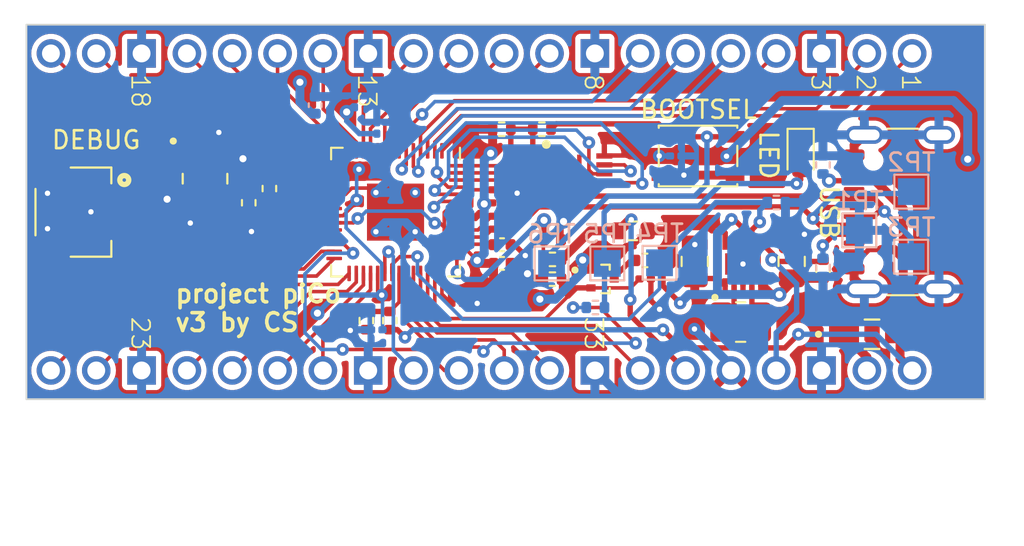
<source format=kicad_pcb>
(kicad_pcb (version 20240108) (generator "pcbnew") (generator_version "8.0")
  (title_block (title "project piCo") (date "2024-01-25") (rev "1") (company "Carlos Sabogal"))
  (layers (0 "F.Cu" signal) (31 "B.Cu" power) (34 "B.Paste" user) (35 "F.Paste" user) (36 "B.SilkS" user "B.Silkscreen") (37 "F.SilkS" user "F.Silkscreen") (38 "B.Mask" user) (39 "F.Mask" user) (44 "Edge.Cuts" user))
  (net 0 "")
  (net 1 "+3V3")
  (net 2 "VS")
  (net 3 "VBUS")
  (net 4 "Net-(U2-LX1)")
  (net 5 "Net-(U2-LX2)")
  (net 6 "Net-(D2-A)")
  (net 7 "ADC_AVDD")
  (net 8 "XIN")
  (net 9 "QSPI_SS")
  (net 10 "QSPI_SD1")
  (net 11 "QSPI_SD2")
  (net 12 "/3V3_EN")
  (net 13 "Net-(J3-CC1)")
  (net 15 "Net-(Q1-D)")
  (net 16 "+1V1")
  (net 17 "QSPI_SD0")
  (net 18 "QSPI_SCLK")
  (net 19 "/XR")
  (net 20 "QSPI_SD3")
  (net 21 "GPIO0")
  (net 22 "GPIO1")
  (net 23 "GPIO2")
  (net 24 "GPIO3")
  (net 25 "GPIO4")
  (net 26 "GPIO5")
  (net 27 "GPIO6")
  (net 28 "GPIO7")
  (net 30 "GPIO8")
  (net 31 "GPIO9")
  (net 32 "GPIO10")
  (net 33 "GPIO11")
  (net 34 "GPIO12")
  (net 35 "GPIO13")
  (net 36 "GPIO14")
  (net 37 "GPIO15")
  (net 38 "GPIO16")
  (net 39 "GPIO17")
  (net 40 "GPIO18")
  (net 41 "GPIO19")
  (net 42 "GPIO20")
  (net 43 "GPIO21")
  (net 44 "GPIO22")
  (net 45 "RUN")
  (net 46 "GPIO26_ADC0")
  (net 47 "GPIO27_ADC1")
  (net 48 "GPIO28_ADC2")
  (net 49 "ADC_VREF")
  (net 50 "USB_DP")
  (net 51 "USB_DM")
  (net 52 "SWCLK")
  (net 53 "SWDIO")
  (net 54 "GPIO29_ADC3")
  (net 55 "Net-(J3-CC2)")
  (net 57 "GND")
  (net 58 "GPIO24")
  (net 59 "GPIO25")
  (net 60 "GPIO23")
  (net 61 "/RP2040/USB_DPX")
  (net 62 "XOUT")
  (net 63 "/RP2040/USB_DMX")
  (net 64 "Net-(R13-Pad2)")
  (footprint "Resistor_SMD:R_0402_1005Metric" (layer "F.Cu") (at 152.25 94.75 180)
    (property "Reference" "R6")
    (property "Value" "NO-FIT")
  )
  (footprint "Resistor_SMD:R_0402_1005Metric" (layer "F.Cu") (at 160.26 102.108)
    (property "Reference" "R7")
    (property "Value" "200k")
  )
  (footprint "Pico_C:DIOM3616X98N" (layer "F.Cu") (at 173 106.25)
    (property "Reference" "D1")
    (property "Value" "MBR1020VL_R1_00001")
  )
  (footprint "Resistor_SMD:R_0402_1005Metric" (layer "F.Cu") (at 145.980431 105.481942 -90)
    (property "Reference" "R12")
    (property "Value" "5k6")
  )
  (footprint "Pico_C:C_0201_0603Metric" (layer "F.Cu") (at 149.75 104.519034)
    (property "Reference" "C7")
    (property "Value" "100n")
  )
  (footprint "Pico_C:R_0201_0603Metric" (layer "F.Cu") (at 152.042347 99.62845 180)
    (property "Reference" "R14")
    (property "Value" "27R")
  )
  (footprint "Resistor_SMD:R_0402_1005Metric" (layer "F.Cu") (at 144.663331 105.481942 90)
    (property "Reference" "R3")
    (property "Value" "10k")
  )
  (footprint "Pico_C:JST_SM03B-SRSS-TB_LF__SN_" (layer "F.Cu") (at 130.7 99.4 -90)
    (property "Reference" "J4")
    (property "Value" "SM03B-SRSS-TB")
  )
  (footprint "Capacitor_SMD:C_0805_2012Metric" (layer "F.Cu") (at 163.067142 102.165332 90)
    (property "Reference" "C2")
    (property "Value" "47u")
  )
  (footprint "Pico_C:CON_PICO_21-40" (layer "F.Cu") (at 151.12 99.39 -90)
    (property "Reference" "J2")
    (property "Value" "~")
  )
  (footprint "Pico_C:C_0201_0603Metric" (layer "F.Cu") (at 136.15 100.05 180)
    (property "Reference" "C17")
    (property "Value" "15p")
  )
  (footprint "Resistor_SMD:R_0603_1608Metric" (layer "F.Cu") (at 159.601436 100.450648 180)
    (property "Reference" "R9")
    (property "Value" "200R")
  )
  (footprint "Resistor_SMD:R_0402_1005Metric" (layer "F.Cu") (at 139.231107 98.078398 -90)
    (property "Reference" "R17")
    (property "Value" "NO-FIT")
  )
  (footprint "Resistor_SMD:R_0402_1005Metric" (layer "F.Cu") (at 138.074473 98.874646 90)
    (property "Reference" "R16")
    (property "Value" "1k")
  )
  (footprint "Pico_C:C_0201_0603Metric" (layer "F.Cu") (at 160.289039 103.148402)
    (property "Reference" "C3")
    (property "Value" "1n")
  )
  (footprint "Pico_C:C_0201_0603Metric" (layer "F.Cu") (at 152.034619 98.147855)
    (property "Reference" "C11")
    (property "Value" "100n")
  )
  (footprint "Resistor_SMD:R_0402_1005Metric" (layer "F.Cu") (at 155.092531 103.157662)
    (property "Reference" "R8")
    (property "Value" "100k")
  )
  (footprint "Pico_C:CON_PICO_1-20" (layer "F.Cu") (at 151.12 99.39 -90)
    (property "Reference" "J1")
    (property "Value" "~")
  )
  (footprint "Capacitor_SMD:C_0402_1005Metric" (layer "F.Cu") (at 152.267784 101.226605)
    (property "Reference" "C12")
    (property "Value" "2u2")
  )
  (footprint "Pico_C:SOT50P160X90-3N" (layer "F.Cu") (at 157.903244 103.149698)
    (property "Reference" "Q1")
    (property "Value" "DMG1012T-7")
  )
  (footprint "Resistor_SMD:R_0402_1005Metric" (layer "F.Cu") (at 170.257173 102.602599 -90)
    (property "Reference" "R4")
    (property "Value" "100k")
  )
  (footprint "Pico_C:C_0201_0603Metric" (layer "F.Cu") (at 139.49604 99.622645 180)
    (property "Reference" "C8")
    (property "Value" "100n")
  )
  (footprint "Capacitor_SMD:C_0402_1005Metric" (layer "F.Cu") (at 152.272251 102.274959)
    (property "Reference" "C14")
    (property "Value" "2u2")
  )
  (footprint "Pico_C:C_0201_0603Metric" (layer "F.Cu") (at 135.025 94.95)
    (property "Reference" "C16")
    (property "Value" "15p")
  )
  (footprint "Pico_C:R_0201_0603Metric" (layer "F.Cu") (at 152.042347 100.352926 180)
    (property "Reference" "R15")
    (property "Value" "27R")
  )
  (footprint "Capacitor_SMD:C_0402_1005Metric" (layer "F.Cu") (at 155.092531 100.949984)
    (property "Reference" "C13")
    (property "Value" "2u2")
  )
  (footprint "Pico_C:C_0201_0603Metric" (layer "F.Cu") (at 152.039157 98.883016)
    (property "Reference" "C10")
    (property "Value" "100n")
  )
  (footprint "Pico_C:QFN-56-1EP_7x7mm_P0.4mm_EP3.2x3.2mm_ThermalVias" (layer "F.Cu") (at 146.3 99.4 -90)
    (property "Reference" "U1")
    (property "Value" "RP2040")
  )
  (footprint "Inductor_SMD:L_1008_2520Metric" (layer "F.Cu") (at 165.638024 105.564703 180)
    (property "Reference" "L1")
    (property "Value" "SRN2512-2R2M")
  )
  (footprint "Pico_C:SON50P250X250X80-11N" (layer "F.Cu") (at 165.768922 102.309937 90)
    (property "Reference" "U2")
    (property "Value" "RT6150B-33GQW")
  )
  (footprint "LED_SMD:LED_0603_1608Metric" (layer "F.Cu") (at 169 96.2125 -90)
    (property "Reference" "D2")
    (property "Value" "LTST-C191KGKT")
  )
  (footprint "Pico_C:C_0201_0603Metric" (layer "F.Cu") (at 139.50648 100.408601 180)
    (property "Reference" "C9")
    (property "Value" "100n")
  )
  (footprint "Capacitor_SMD:C_0805_2012Metric" (layer "F.Cu") (at 168.497142 102.165332 90)
    (property "Reference" "C1")
    (property "Value" "47u")
  )
  (footprint "Pico_C:SW_SPST_PTS810" (layer "F.Cu") (at 163.25 96.25)
    (property "Reference" "S1")
    (property "Value" "PTS810 SJM 250 SMTR LFS")
  )
  (footprint "Connector_USB:USB_C_Receptacle_GCT_USB4105-xx-A_16P_TopMnt_Horizontal" (layer "F.Cu") (at 175.675 99.39 90)
    (property "Reference" "J3")
    (property "Value" "USB_C_Receptacle_USB2.0_16P")
  )
  (footprint "Resistor_SMD:R_0402_1005Metric" (layer "F.Cu") (at 154.5 94.75)
    (property "Reference" "R13")
    (property "Value" "1k")
  )
  (footprint "Pico_C:XTAL_ECS-120-8-33-JGN-TR" (layer "F.Cu") (at 135.625 97.525 -90)
    (property "Reference" "X1")
    (property "Value" "ECS-120-8-33-JGN-TR")
  )
  (footprint "Resistor_SMD:R_0402_1005Metric" (layer "F.Cu") (at 155.092531 102.049984 180)
    (property "Reference" "R11")
    (property "Value" "1R")
  )
  (footprint "Pico_C:SON50P300X200X60-9N" (layer "F.Cu") (at 156.6 97)
    (property "Reference" "U3")
    (property "Value" "W25Q16JVUXIQ")
  )
  (footprint "TestPoint:TestPoint_Pad_1.5x1.5mm" (layer "B.Cu") (at 175.192372 101.9 180)
    (property "Reference" "TP3")
    (property "Value" "TestPoint")
  )
  (footprint "Capacitor_SMD:C_0402_1005Metric" (layer "B.Cu") (at 141.8 93.4 90)
    (property "Reference" "C18")
    (property "Value" "2u2")
  )
  (footprint "TestPoint:TestPoint_Pad_1.5x1.5mm" (layer "B.Cu") (at 175.201232 98.250246 180)
    (property "Reference" "TP2")
    (property "Value" "TestPoint")
  )
  (footprint "Pico_C:C_0201_0603Metric" (layer "B.Cu") (at 145.25 94.68 90)
    (property "Reference" "C5")
    (property "Value" "100n")
  )
  (footprint "TestPoint:TestPoint_Pad_1.5x1.5mm" (layer "B.Cu") (at 158.165044 102.277707 180)
    (property "Reference" "TP5")
    (property "Value" "TestPoint")
  )
  (footprint "Resistor_SMD:R_0402_1005Metric" (layer "B.Cu") (at 167.64 98.86158)
    (property "Reference" "R10")
    (property "Value" "100k")
  )
  (footprint "TestPoint:TestPoint_Pad_1.5x1.5mm" (layer "B.Cu") (at 155.0425 102.277707 180)
    (property "Reference" "TP6")
    (property "Value" "TestPoint")
  )
  (footprint "Resistor_SMD:R_0402_1005Metric" (layer "B.Cu") (at 157.5 104.75)
    (property "Reference" "R5")
    (property "Value" "470R")
  )
  (footprint "Pico_C:C_0201_0603Metric" (layer "B.Cu") (at 145.25 106 180)
    (property "Reference" "C6")
    (property "Value" "100n")
  )
  (footprint "Resistor_SMD:R_0402_1005Metric" (layer "B.Cu") (at 170.25 96.75 90)
    (property "Reference" "R2")
    (property "Value" "5k1")
  )
  (footprint "Pico_C:C_0201_0603Metric" (layer "B.Cu") (at 144 93.2 90)
    (property "Reference" "C4")
    (property "Value" "100n")
  )
  (footprint "TestPoint:TestPoint_Pad_1.5x1.5mm" (layer "B.Cu") (at 172.287781 100.424877 180)
    (property "Reference" "TP1" (hide yes))
    (property "Value" "TestPoint")
  )
  (footprint "Pico_C:C_0201_0603Metric" (layer "B.Cu") (at 162 96.25)
    (property "Reference" "C15")
    (property "Value" "100n")
  )
  (footprint "Resistor_SMD:R_0402_1005Metric" (layer "B.Cu") (at 170.25 102.5 -90)
    (property "Reference" "R1")
    (property "Value" "5k1")
  )
  (footprint "TestPoint:TestPoint_Pad_1.5x1.5mm" (layer "B.Cu") (at 161.0925 102.241321 180)
    (property "Reference" "TP4")
    (property "Value" "TestPoint")
  )
  (gr_line (start 125.62 109.89) (end 179.32 109.89) (stroke (width 0.1)) (layer "Edge.Cuts"))
  (gr_line (start 179.32 88.89) (end 125.62 88.89) (stroke (width 0.1)) (layer "Edge.Cuts"))
  (gr_line (start 179.32 109.89) (end 179.32 88.89) (stroke (width 0.1)) (layer "Edge.Cuts"))
  (gr_line (start 125.62 88.89) (end 125.62 109.89) (stroke (width 0.1)) (layer "Edge.Cuts"))
  (gr_text "project piCo\nv3 by CS" (at 133.858 106.172 0) (layer "F.SilkS") (effects (font (size 1 1) (thickness 0.2) (bold yes)) (justify left bottom)))
  (gr_text "DEBUG" (at 126.947827 95.939835 0) (layer "F.SilkS") (effects (font (size 1 1)) (justify left bottom)))
  (gr_text "USB" (at 170.016542 97.814136 -90) (layer "F.SilkS") (effects (font (size 1 1)) (justify left bottom)))
  (gr_text "BOOTSEL" (at 159.913676 94.235511 0) (layer "F.SilkS") (effects (font (size 1 1)) (justify left bottom)))
  (gr_text "LED" (at 166.624 94.742 -90) (layer "F.SilkS") (effects (font (size 1 1)) (justify left bottom)))
  (segment (start 144.25 97) (end 144.753934 97) (width 0.2) (layer "F.Cu") (net 1))
  (segment (start 149.7375 101.6) (end 150.368 101.6) (width 0.2) (layer "F.Cu") (net 1))
  (segment (start 144.120269 98.701707) (end 144.120269 98.833665) (width 0.2) (layer "F.Cu") (net 1))
  (segment (start 159.601436 101.275648) (end 159.206691 101.275648) (width 0.3) (layer "F.Cu") (net 1))
  (segment (start 164.357985 103.124) (end 163.07581 103.124) (width 0.3) (layer "F.Cu") (net 1))
  (segment (start 150.368 101.6) (end 150.876 102.108) (width 0.2) (layer "F.Cu") (net 1))
  (segment (start 161.80581 101.854) (end 161.798 101.854) (width 0.5) (layer "F.Cu") (net 1))
  (segment (start 149.90289 103.846145) (end 149.904718 103.846145) (width 0.2) (layer "F.Cu") (net 1))
  (segment (start 145.3 96.453934) (end 145.3 95.9625) (width 0.2) (layer "F.Cu") (net 1))
  (segment (start 143.353934 99.6) (end 142.8625 99.6) (width 0.2) (layer "F.Cu") (net 1))
  (segment (start 163.067142 103.115332) (end 163.634668 103.115332) (width 0.3) (layer "F.Cu") (net 1))
  (segment (start 144.120269 98.833665) (end 143.353934 99.6) (width 0.2) (layer "F.Cu") (net 1))
  (segment (start 151.270072 98.94045) (end 151.327506 98.883016) (width 0.2) (layer "F.Cu") (net 1))
  (segment (start 148.9 102.8375) (end 148.9 103.989034) (width 0.2) (layer "F.Cu") (net 1))
  (segment (start 164.768922 101.084937) (end 164.768922 100.566826) (width 0.3) (layer "F.Cu") (net 1))
  (segment (start 144.753934 97) (end 145.3 96.453934) (width 0.2) (layer "F.Cu") (net 1))
  (segment (start 151.270072 98.94045) (end 151.270072 99.173928) (width 0.2) (layer "F.Cu") (net 1))
  (segment (start 149.43 104.319035) (end 149.90289 103.846145) (width 0.2) (layer "F.Cu") (net 1))
  (segment (start 151.270072 99.173928) (end 150.622 99.822) (width 0.2) (layer "F.Cu") (net 1))
  (segment (start 160.426436 100.273564) (end 160.426436 100.450648) (width 0.5) (layer "F.Cu") (net 1))
  (segment (start 151.73698 94.75302) (end 151.74 94.75) (width 0.3) (layer "F.Cu") (net 1))
  (segment (start 164.768922 103.534937) (end 164.357985 103.124) (width 0.3) (layer "F.Cu") (net 1))
  (segment (start 151.327506 98.883016) (end 151.719157 98.883016) (width 0.2) (layer "F.Cu") (net 1))
  (segment (start 150.444 100) (end 150.622 99.822) (width 0.2) (layer "F.Cu") (net 1))
  (segment (start 150.4 99.6) (end 150.622 99.822) (width 0.2) (layer "F.Cu") (net 1))
  (segment (start 163.067142 103.115332) (end 161.80581 101.854) (width 0.5) (layer "F.Cu") (net 1))
  (segment (start 164.768922 100.566826) (end 164.216463 100.014367) (width 0.3) (layer "F.Cu") (net 1))
  (segment (start 148.9 103.989034) (end 149.43 104.519034) (width 0.2) (layer "F.Cu") (net 1))
  (segment (start 163.07581 103.124) (end 163.067142 103.115332) (width 0.3) (layer "F.Cu") (net 1))
  (segment (start 148.9 95.9625) (end 149.86 95.0025) (width 0.2) (layer "F.Cu") (net 1))
  (segment (start 145.526567 104.053673) (end 145.3 103.827106) (width 0.2) (layer "F.Cu") (net 1))
  (segment (start 149.7375 100) (end 150.444 100) (width 0.2) (layer "F.Cu") (net 1))
  (segment (start 142.8625 99.6) (end 139.839049 99.6) (width 0.2) (layer "F.Cu") (net 1))
  (segment (start 139.839049 99.6) (end 139.816404 99.622645) (width 0.2) (layer "F.Cu") (net 1))
  (segment (start 159.206691 101.275648) (end 158.971407 101.510932) (width 0.3) (layer "F.Cu") (net 1))
  (segment (start 149.43 104.519034) (end 149.43 104.319035) (width 0.2) (layer "F.Cu") (net 1))
  (segment (start 160.426436 100.450648) (end 159.601436 101.275648) (width 0.3) (layer "F.Cu") (net 1))
  (segment (start 145.3 103.827106) (end 145.3 102.8375) (width 0.2) (layer "F.Cu") (net 1))
  (segment (start 150.4 99.6) (end 149.7375 99.6) (width 0.2) (layer "F.Cu") (net 1))
  (via (at 151.62951 96.1) (size 0.8) (drill 0.4) (layers "F.Cu" "B.Cu") (net 1))
  (via (at 144.25 97) (size 0.7) (drill 0.3) (layers "F.Cu" "B.Cu") (net 1))
  (via (at 143.561488 93.783925) (size 0.8) (drill 0.4) (layers "F.Cu" "B.Cu") (net 1))
  (via (at 178.361487 96.433409) (size 0.8) (drill 0.4) (layers "F.Cu" "B.Cu") (net 1))
  (via (at 144.120269 98.701707) (size 0.7) (drill 0.3) (layers "F.Cu" "B.Cu") (net 1))
  (via (at 164.846 96.266) (size 0.7) (drill 0.3) (layers "F.Cu" "B.Cu") (net 1))
  (via (at 141.924 105.065647) (size 0.8) (drill 0.4) (layers "F.Cu" "B.Cu") (net 1))
  (via (at 145.526567 104.053673) (size 0.7) (drill 0.3) (layers "F.Cu" "B.Cu") (net 1))
  (via (at 161.074616 96.246691) (size 0.7) (drill 0.3) (layers "F.Cu" "B.Cu") (net 1))
  (via (at 140.941615 92.115112) (size 0.8) (drill 0.4) (layers "F.Cu" "B.Cu") (net 1))
  (via (at 154.38717 104.281429) (size 0.8) (drill 0.4) (layers "F.Cu" "B.Cu") (net 1))
  (via (at 150.876 102.108) (size 0.8) (drill 0.4) (layers "F.Cu" "B.Cu") (net 1))
  (via (at 156.787309 102.085555) (size 0.8) (drill 0.4) (layers "F.Cu" "B.Cu") (net 1))
  (via (at 151.270072 98.94045) (size 0.8) (drill 0.4) (layers "F.Cu" "B.Cu") (net 1))
  (via (at 163.050425 105.955691) (size 0.7) (drill 0.3) (layers "F.Cu" "B.Cu") (net 1))
  (segment (start 156.787309 102.085555) (end 156.787309 102.739478) (width 0.5) (layer "B.Cu") (net 1))
  (segment (start 143.825413 93.52) (end 144 93.52) (width 0.3) (layer "B.Cu") (net 1))
  (segment (start 161.074616 96.246691) (end 161.676691 96.246691) (width 0.3) (layer "B.Cu") (net 1))
  (segment (start 145.526567 104.053673) (end 145.57 104.097106) (width 0.2) (layer "B.Cu") (net 1))
  (segment (start 167.969092 93.142908) (end 164.846 96.266) (width 0.5) (layer "B.Cu") (net 1))
  (segment (start 141.611734 93.88) (end 141.8 93.88) (width 0.5) (layer "B.Cu") (net 1))
  (segment (start 144.120269 97.129731) (end 144.120269 98.701707) (width 0.2) (layer "B.Cu") (net 1))
  (segment (start 142.939647 104.05) (end 145.522894 104.05) (width 0.3) (layer "B.Cu") (net 1))
  (segment (start 151.270072 96.459438) (end 151.62951 96.1) (width 0.5) (layer "B.Cu") (net 1))
  (segment (start 151.270072 98.94045) (end 151.270072 101.713928) (width 0.5) (layer "B.Cu") (net 1))
  (segment (start 145.526567 102.282328) (end 143.529998 100.285759) (width 0.2) (layer "B.Cu") (net 1))
  (segment (start 143.529998 99.291978) (end 144.120269 98.701707) (width 0.2) (layer "B.Cu") (net 1))
  (segment (start 141.924 105.065647) (end 142.939647 104.05) (width 0.3) (layer "B.Cu") (net 1))
  (segment (start 143.561488 93.783925) (end 143.825413 93.52) (width 0.3) (layer "B.Cu") (net 1))
  (segment (start 155.245358 104.281429) (end 154.38717 104.281429) (width 0.5) (layer "B.Cu") (net 1))
  (segment (start 177.571875 93.142908) (end 167.969092 93.142908) (width 0.5) (layer "B.Cu") (net 1))
  (segment (start 145.522894 104.05) (end 145.526567 104.053673) (width 0.3) (layer "B.Cu") (net 1))
  (segment (start 156.787309 102.739478) (end 155.245358 104.281429) (width 0.5) (layer "B.Cu") (net 1))
  (segment (start 161.676691 96.246691) (end 161.68 96.25) (width 0.3) (layer "B.Cu") (net 1))
  (segment (start 178.361487 93.93252) (end 177.571875 93.142908) (width 0.5) (layer "B.Cu") (net 1))
  (segment (start 165.09 107.995266) (end 165.09 108.28) (width 0.5) (layer "B.Cu") (net 1))
  (segment (start 143.561488 93.783925) (end 143.561488 94.285488) (width 0.3) (layer "B.Cu") (net 1))
  (segment (start 163.050425 105.955691) (end 165.09 107.995266) (width 0.5) (layer "B.Cu") (net 1))
  (segment (start 151.270072 98.94045) (end 151.270072 96.459438) (width 0.5) (layer "B.Cu") (net 1))
  (segment (start 151.270072 101.713928) (end 150.876 102.108) (width 0.5) (layer "B.Cu") (net 1))
  (segment (start 178.361487 96.433409) (end 178.361487 93.93252) (width 0.5) (layer "B.Cu") (net 1))
  (segment (start 143.561488 94.285488) (end 144.276 95) (width 0.3) (layer "B.Cu") (net 1))
  (segment (start 145.57 104.097106) (end 145.57 106) (width 0.2) (layer "B.Cu") (net 1))
  (segment (start 140.941615 92.115112) (end 140.941615 93.209881) (width 0.5) (layer "B.Cu") (net 1))
  (segment (start 144.276 95) (end 145.25 95) (width 0.3) (layer "B.Cu") (net 1))
  (segment (start 144.25 97) (end 144.120269 97.129731) (width 0.2) (layer "B.Cu") (net 1))
  (segment (start 143.529998 100.285759) (end 143.529998 99.291978) (width 0.2) (layer "B.Cu") (net 1))
  (segment (start 140.941615 93.209881) (end 141.611734 93.88) (width 0.5) (layer "B.Cu") (net 1))
  (segment (start 145.526567 104.053673) (end 145.526567 102.282328) (width 0.2) (layer "B.Cu") (net 1))
  (segment (start 167.80105 104.020212) (end 167.354197 104.020212) (width 0.5) (layer "F.Cu") (net 2))
  (segment (start 172.71 107.53) (end 171.43 106.25) (width 0.5) (layer "F.Cu") (net 2))
  (segment (start 170.257173 103.112599) (end 168.499875 103.112599) (width 0.5) (layer "F.Cu") (net 2))
  (segment (start 165.121581 99.806417) (end 165.265402 99.806417) (width 0.3) (layer "F.Cu") (net 2))
  (segment (start 168.497142 103.32412) (end 168.497142 103.115332) (width 0.5) (layer "F.Cu") (net 2))
  (segment (start 167.80105 104.020212) (end 168.497142 103.32412) (width 0.5) (layer "F.Cu") (net 2))
  (segment (start 165.768922 100.309937) (end 165.768922 101.084937) (width 0.3) (layer "F.Cu") (net 2))
  (segment (start 168.499875 103.112599) (end 168.497142 103.115332) (width 0.5) (layer "F.Cu") (net 2))
  (segment (start 171.43 106.25) (end 170.257173 105.077173) (width 0.5) (layer "F.Cu") (net 2))
  (segment (start 165.265402 99.806417) (end 165.768922 100.309937) (width 0.3) (layer "F.Cu") (net 2))
  (segment (start 161.29 103.54) (end 161.29 102.628) (width 0.3) (layer "F.Cu") (net 2))
  (segment (start 161.29 102.628) (end 160.77 102.108) (width 0.3) (layer "F.Cu") (net 2))
  (segment (start 162.25 104.5) (end 161.29 103.54) (width 0.3) (layer "F.Cu") (net 2))
  (segment (start 167.354197 104.020212) (end 166.868922 103.534937) (width 0.5) (layer "F.Cu") (net 2))
  (segment (start 172.71 108.28) (end 172.71 107.53) (width 0.5) (layer "F.Cu") (net 2))
  (segment (start 170.257173 105.077173) (end 170.257173 103.112599) (width 0.5) (layer "F.Cu") (net 2))
  (via (at 165.121581 99.806417) (size 0.7) (drill 0.3) (layers "F.Cu" "B.Cu") (net 2))
  (via (at 162.25 104.5) (size 0.7) (drill 0.3) (layers "F.Cu" "B.Cu") (net 2))
  (via (at 167.80105 104.020212) (size 0.8) (drill 0.4) (layers "F.Cu" "B.Cu") (net 2))
  (segment (start 162.25 104.5) (end 162.729788 104.020212) (width 0.5) (layer "B.Cu") (net 2))
  (segment (start 164.338 104.020212) (end 167.80105 104.020212) (width 0.5) (layer "B.Cu") (net 2))
  (segment (start 162.729788 104.020212) (end 164.338 104.020212) (width 0.5) (layer "B.Cu") (net 2))
  (segment (start 164.338 100.589998) (end 164.338 104.020212) (width 0.5) (layer "B.Cu") (net 2))
  (segment (start 165.121581 99.806417) (end 164.338 100.589998) (width 0.5) (layer "B.Cu") (net 2))
  (segment (start 171.995 101.79) (end 172.534695 101.79) (width 0.3) (layer "F.Cu") (net 3))
  (segment (start 174.75 102) (end 174.75 99.21688) (width 0.5) (layer "F.Cu") (net 3))
  (segment (start 174.75 106.07) (end 174.75 102) (width 0.5) (layer "F.Cu") (net 3))
  (segment (start 174.57 106.25) (end 174.75 106.07) (width 0.5) (layer "F.Cu") (net 3))
  (segment (start 146.399852 105.991942) (end 145.980431 105.991942) (width 0.3) (layer "F.Cu") (net 3))
  (segment (start 171.990152 96.99) (end 172.52312 96.99) (width 0.3) (layer "F.Cu") (net 3))
  (segment (start 168.876762 106.25) (end 168.112059 107.014703) (width 0.3) (layer "F.Cu") (net 3))
  (segment (start 172.824695 101.5) (end 173.5 101.5) (width 0.3) (layer "F.Cu") (net 3))
  (segment (start 174.75 102) (end 174.25 101.5) (width 0.5) (layer "F.Cu") (net 3))
  (segment (start 174.57 106.25) (end 174.57 107.6) (width 0.5) (layer "F.Cu") (net 3))
  (segment (start 174.57 107.6) (end 175.25 108.28) (width 0.5) (layer "F.Cu") (net 3))
  (segment (start 174.75 99.21688) (end 173.235152 97.702032) (width 0.5) (layer "F.Cu") (net 3))
  (segment (start 168.112059 107.014703) (end 162.299201 107.014703) (width 0.3) (layer "F.Cu") (net 3))
  (segment (start 146.828955 106.421045) (end 146.399852 105.991942) (width 0.3) (layer "F.Cu") (net 3))
  (segment (start 172.52312 96.99) (end 173.235152 97.702032) (width 0.3) (layer "F.Cu") (net 3))
  (segment (start 162.299201 107.014703) (end 161.284498 106) (width 0.3) (layer "F.Cu") (net 3))
  (segment (start 174.25 101.5) (end 173.5 101.5) (width 0.5) (layer "F.Cu") (net 3))
  (segment (start 171.980152 97) (end 171.990152 96.99) (width 0.3) (layer "F.Cu") (net 3))
  (segment (start 172.534695 101.79) (end 172.824695 101.5) (width 0.3) (layer "F.Cu") (net 3))
  (via (at 161.284498 106) (size 0.7) (drill 0.3) (layers "F.Cu" "B.Cu") (net 3))
  (via (at 146.828955 106.421045) (size 0.7) (drill 0.3) (layers "F.Cu" "B.Cu") (net 3))
  (via (at 168.876762 106.25) (size 0.7) (drill 0.3) (layers "F.Cu" "B.Cu") (net 3))
  (segment (start 173.22 106.25) (end 175.25 108.28) (width 0.3) (layer "B.Cu") (net 3))
  (segment (start 147.25 106) (end 146.828955 106.421045) (width 0.3) (layer "B.Cu") (net 3))
  (segment (start 168.876762 106.25) (end 173.22 106.25) (width 0.3) (layer "B.Cu") (net 3))
  (segment (start 161.284498 106) (end 147.25 106) (width 0.3) (layer "B.Cu") (net 3))
  (segment (start 166.713024 105.564703) (end 166.268922 105.120601) (width 0.3) (layer "F.Cu") (net 4))
  (segment (start 166.268922 105.120601) (end 166.268922 103.534937) (width 0.3) (layer "F.Cu") (net 4))
  (segment (start 164.563024 105.564703) (end 165.268922 104.858805) (width 0.3) (layer "F.Cu") (net 5))
  (segment (start 165.268922 104.858805) (end 165.268922 103.534937) (width 0.3) (layer "F.Cu") (net 5))
  (segment (start 168.769639 97.8) (end 169 97.569639) (width 0.3) (layer "F.Cu") (net 6))
  (segment (start 169 97.569639) (end 169 97) (width 0.3) (layer "F.Cu") (net 6))
  (via (at 168.769639 97.8) (size 0.7) (drill 0.3) (layers "F.Cu" "B.Cu") (net 6))
  (segment (start 163.300683 99.06) (end 158.347265 99.06) (width 0.3) (layer "B.Cu") (net 6))
  (segment (start 168.769639 97.8) (end 164.560683 97.8) (width 0.3) (layer "B.Cu") (net 6))
  (segment (start 157.988 102.082956) (end 158.165044 102.26) (width 0.3) (layer "B.Cu") (net 6))
  (segment (start 158.347265 99.06) (end 157.988 99.419265) (width 0.3) (layer "B.Cu") (net 6))
  (segment (start 164.560683 97.8) (end 163.300683 99.06) (width 0.3) (layer "B.Cu") (net 6))
  (segment (start 157.988 99.419265) (end 157.988 102.082956) (width 0.3) (layer "B.Cu") (net 6))
  (segment (start 158.01 102.415044) (end 158.165044 102.26) (width 0.3) (layer "B.Cu") (net 6))
  (segment (start 158.01 104.75) (end 158.01 102.415044) (width 0.3) (layer "B.Cu") (net 6))
  (segment (start 154.582531 102.049984) (end 154.582531 100.979984) (width 0.2) (layer "F.Cu") (net 7))
  (segment (start 149.7375 102) (end 149.7375 102.156739) (width 0.2) (layer "F.Cu") (net 7))
  (segment (start 149.7375 102.156739) (end 149.7375 102.722651) (width 0.2) (layer "F.Cu") (net 7))
  (segment (start 149.7375 102.722651) (end 149.784621 102.769772) (width 0.2) (layer "F.Cu") (net 7))
  (segment (start 154.582531 100.979984) (end 154.612531 100.949984) (width 0.2) (layer "F.Cu") (net 7))
  (segment (start 154.612531 99.864166) (end 154.612531 100.949984) (width 0.3) (layer "F.Cu") (net 7))
  (segment (start 154.62028 99.856417) (end 154.612531 99.864166) (width 0.3) (layer "F.Cu") (net 7))
  (via (at 149.784621 102.769772) (size 0.8) (drill 0.4) (layers "F.Cu" "B.Cu") (net 7))
  (via (at 154.62028 99.856417) (size 0.8) (drill 0.4) (layers "F.Cu" "B.Cu") (net 7))
  (segment (start 154.62028 99.856417) (end 154.441683 99.856417) (width 0.3) (layer "B.Cu") (net 7))
  (segment (start 150.188345 103.173496) (end 149.784621 102.769772) (width 0.3) (layer "B.Cu") (net 7))
  (segment (start 151.124604 103.173496) (end 150.188345 103.173496) (width 0.3) (layer "B.Cu") (net 7))
  (segment (start 154.441683 99.856417) (end 151.124604 103.173496) (width 0.3) (layer "B.Cu") (net 7))
  (segment (start 134.725 94.97) (end 134.705 94.95) (width 0.3) (layer "F.Cu") (net 8))
  (segment (start 134.725 96.375) (end 134.725 96.879) (width 0.3) (layer "F.Cu") (net 8))
  (segment (start 139.784084 97.568398) (end 139.231107 97.568398) (width 0.2) (layer "F.Cu") (net 8))
  (segment (start 134.725 96.375) (end 134.725 94.97) (width 0.3) (layer "F.Cu") (net 8))
  (segment (start 135.414398 97.568398) (end 139.231107 97.568398) (width 0.3) (layer "F.Cu") (net 8))
  (segment (start 141.015686 98.8) (end 139.784084 97.568398) (width 0.2) (layer "F.Cu") (net 8))
  (segment (start 142.8625 98.8) (end 141.015686 98.8) (width 0.2) (layer "F.Cu") (net 8))
  (segment (start 134.725 96.879) (end 135.414398 97.568398) (width 0.3) (layer "F.Cu") (net 8))
  (segment (start 152.056599 96.8) (end 152.76 96.096599) (width 0.2) (layer "F.Cu") (net 9))
  (segment (start 153.99 95.936459) (end 153.99 94.75) (width 0.3) (layer "F.Cu") (net 9))
  (segment (start 154.303541 96.25) (end 153.99 95.936459) (width 0.3) (layer "F.Cu") (net 9))
  (segment (start 152.76 96.033199) (end 152.76 94.75) (width 0.3) (layer "F.Cu") (net 9))
  (segment (start 149.7375 96.8) (end 152.056599 96.8) (width 0.2) (layer "F.Cu") (net 9))
  (segment (start 152.76 96.096599) (end 152.76 96.033199) (width 0.2) (layer "F.Cu") (net 9))
  (segment (start 155.2 96.25) (end 154.303541 96.25) (width 0.3) (layer "F.Cu") (net 9))
  (segment (start 153.99 94.75) (end 152.76 94.75) (width 0.3) (layer "F.Cu") (net 9))
  (segment (start 152.692464 96.75) (end 155.2 96.75) (width 0.2) (layer "F.Cu") (net 10))
  (segment (start 152.242464 97.2) (end 152.692464 96.75) (width 0.2) (layer "F.Cu") (net 10))
  (segment (start 149.7375 97.2) (end 152.242464 97.2) (width 0.2) (layer "F.Cu") (net 10))
  (segment (start 149.7375 97.6) (end 152.40815 97.6) (width 0.2) (layer "F.Cu") (net 11))
  (segment (start 152.40815 97.6) (end 152.75815 97.25) (width 0.2) (layer "F.Cu") (net 11))
  (segment (start 152.75815 97.25) (end 155.2 97.25) (width 0.2) (layer "F.Cu") (net 11))
  (segment (start 170.183241 102.166531) (end 170.254839 102.094933) (width 0.3) (layer "F.Cu") (net 12))
  (segment (start 167.514339 102.166531) (end 170.183241 102.166531) (width 0.3) (layer "F.Cu") (net 12))
  (segment (start 167.419288 101.735303) (end 166.768922 101.084937) (width 0.3) (layer "F.Cu") (net 12))
  (segment (start 167.419288 102.07148) (end 167.419288 101.735303) (width 0.3) (layer "F.Cu") (net 12))
  (segment (start 167.419288 102.07148) (end 167.514339 102.166531) (width 0.3) (layer "F.Cu") (net 12))
  (via (at 167.419288 102.07148) (size 0.8) (drill 0.4) (layers "F.Cu" "B.Cu") (net 12))
  (segment (start 168.774298 103.42649) (end 168.774298 105.028231) (width 0.3) (layer "B.Cu") (net 12))
  (segment (start 167.419288 102.07148) (end 168.774298 103.42649) (width 0.3) (layer "B.Cu") (net 12))
  (segment (start 168.774298 105.028231) (end 167.63 106.172529) (width 0.3) (layer "B.Cu") (net 12))
  (segment (start 167.63 106.172529) (end 167.63 108.28) (width 0.3) (layer "B.Cu") (net 12))
  (segment (start 170.87507 100.64) (end 171.995 100.64) (width 0.3) (layer "F.Cu") (net 13))
  (segment (start 170.24247 101.2726) (end 170.87507 100.64) (width 0.3) (layer "F.Cu") (net 13))
  (via (at 170.24247 101.2726) (size 0.7) (drill 0.3) (layers "F.Cu" "B.Cu") (net 13))
  (segment (start 170.25 101.28013) (end 170.25 101.99) (width 0.3) (layer "B.Cu") (net 13))
  (segment (start 170.24247 101.2726) (end 170.25 101.28013) (width 0.3) (layer "B.Cu") (net 13))
  (segment (start 159.493 102.108) (end 158.553244 103.047756) (width 0.3) (layer "F.Cu") (net 15))
  (segment (start 158.553244 103.047756) (end 158.553244 103.149698) (width 0.3) (layer "F.Cu") (net 15))
  (segment (start 159.75 102.108) (end 159.493 102.108) (width 0.3) (layer "F.Cu") (net 15))
  (segment (start 150.668289 98.147855) (end 150.570072 98.246072) (width 0.2) (layer "F.Cu") (net 16))
  (segment (start 139.83748 100.419601) (end 139.82648 100.408601) (width 0.2) (layer "F.Cu") (net 16))
  (segment (start 149.246066 101.2) (end 149.03 100.983934) (width 0.2) (layer "F.Cu") (net 16))
  (segment (start 149.7375 101.2) (end 149.246066 101.2) (width 0.2) (layer "F.Cu") (net 16))
  (segment (start 151.714619 98.147855) (end 150.668289 98.147855) (width 0.2) (layer "F.Cu") (net 16))
  (segment (start 151.761179 101.2) (end 151.787784 101.226605) (width 0.2) (layer "F.Cu") (net 16))
  (segment (start 144.179998 99.754164) (end 143.934162 100) (width 0.2) (layer "F.Cu") (net 16))
  (segment (start 150.430072 99.2) (end 149.7375 99.2) (width 0.2) (layer "F.Cu") (net 16))
  (segment (start 141.804209 100) (end 141.384608 100.419601) (width 0.2) (layer "F.Cu") (net 16))
  (segment (start 150.570072 98.246072) (end 150.570072 99.06) (width 0.2) (layer "F.Cu") (net 16))
  (segment (start 151.761179 101.2) (end 149.7375 101.2) (width 0.2) (layer "F.Cu") (net 16))
  (segment (start 149.246066 99.2) (end 149.7375 99.2) (width 0.2) (layer "F.Cu") (net 16))
  (segment (start 142.8625 100) (end 141.804209 100) (width 0.2) (layer "F.Cu") (net 16))
  (segment (start 149.03 100.983934) (end 149.03 100.25) (width 0.2) (layer "F.Cu") (net 16))
  (segment (start 141.384608 100.419601) (end 139.83748 100.419601) (width 0.2) (layer "F.Cu") (net 16))
  (segment (start 150.570072 99.06) (end 150.430072 99.2) (width 0.2) (layer "F.Cu") (net 16))
  (segment (start 139.949404 100.409525) (end 139.95948 100.419601) (width 0.3) (layer "F.Cu") (net 16))
  (segment (start 143.934162 100) (end 142.8625 100) (width 0.2) (layer "F.Cu") (net 16))
  (segment (start 149.03 100.25) (end 149.03 99.416066) (width 0.2) (layer "F.Cu") (net 16))
  (segment (start 149.03 99.416066) (end 149.246066 99.2) (width 0.2) (layer "F.Cu") (net 16))
  (segment (start 148.5 100.019012) (end 148.799012 100.019012) (width 0.2) (layer "F.Cu") (net 16))
  (segment (start 148.799012 100.019012) (end 149.03 100.25) (width 0.2) (layer "F.Cu") (net 16))
  (via (at 144.179998 99.754164) (size 0.7) (drill 0.3) (layers "F.Cu" "B.Cu") (net 16))
  (via (at 148.5 100.019012) (size 0.7) (drill 0.3) (layers "F.Cu" "B.Cu") (net 16))
  (segment (start 148.431739 100.019012) (end 147.75533 99.342603) (width 0.2) (layer "B.Cu") (net 16))
  (segment (start 144.254163 99.754164) (end 144.179998 99.754164) (width 0.2) (layer "B.Cu") (net 16))
  (segment (start 147.75533 99.342603) (end 144.665724 99.342603) (width 0.2) (layer "B.Cu") (net 16))
  (segment (start 148.5 100.019012) (end 148.431739 100.019012) (width 0.2) (layer "B.Cu") (net 16))
  (segment (start 144.665724 99.342603) (end 144.254163 99.754164) (width 0.2) (layer "B.Cu") (net 16))
  (segment (start 160.070649 97.75) (end 158 97.75) (width 0.2) (layer "F.Cu") (net 17))
  (segment (start 148.621963 97.375897) (end 149.246066 98) (width 0.2) (layer "F.Cu") (net 17))
  (segment (start 160.120927 97.800278) (end 160.070649 97.75) (width 0.2) (layer "F.Cu") (net 17))
  (segment (start 148.621963 97.161992) (end 148.621963 97.375897) (width 0.2) (layer "F.Cu") (net 17))
  (segment (start 149.246066 98) (end 149.7375 98) (width 0.2) (layer "F.Cu") (net 17))
  (via (at 148.621963 97.161992) (size 0.7) (drill 0.3) (layers "F.Cu" "B.Cu") (net 17))
  (via (at 160.120927 97.800278) (size 0.7) (drill 0.3) (layers "F.Cu" "B.Cu") (net 17))
  (segment (start 157.8 94.4) (end 150.25 94.4) (width 0.2) (layer "B.Cu") (net 17))
  (segment (start 150.25 94.4) (end 148.621963 96.028037) (width 0.2) (layer "B.Cu") (net 17))
  (segment (start 160.120927 97.800278) (end 160.120927 96.720927) (width 0.2) (layer "B.Cu") (net 17))
  (segment (start 160.120927 96.720927) (end 157.8 94.4) (width 0.2) (layer "B.Cu") (net 17))
  (segment (start 148.621963 96.028037) (end 148.621963 97.161992) (width 0.2) (layer "B.Cu") (net 17))
  (segment (start 149.7375 98.4) (end 148.704928 98.4) (width 0.2) (layer "F.Cu") (net 18))
  (segment (start 157.35 97.25) (end 158 97.25) (width 0.2) (layer "F.Cu") (net 18))
  (segment (start 157.135446 95.5) (end 157.135446 97.035446) (width 0.2) (layer "F.Cu") (net 18))
  (segment (start 148.704928 98.4) (end 148.493527 98.188599) (width 0.2) (layer "F.Cu") (net 18))
  (segment (start 157.135446 97.035446) (end 157.35 97.25) (width 0.2) (layer "F.Cu") (net 18))
  (via (at 148.493527 98.188599) (size 0.7) (drill 0.3) (layers "F.Cu" "B.Cu") (net 18))
  (via (at 157.135446 95.5) (size 0.7) (drill 0.3) (layers "F.Cu" "B.Cu") (net 18))
  (segment (start 149.271963 97.431231) (end 149.271963 96.003037) (width 0.2) (layer "B.Cu") (net 18))
  (segment (start 149.271963 96.003037) (end 150.475 94.8) (width 0.2) (layer "B.Cu") (net 18))
  (segment (start 156.435446 94.8) (end 157.135446 95.5) (width 0.2) (layer "B.Cu") (net 18))
  (segment (start 148.514595 98.188599) (end 149.271963 97.431231) (width 0.2) (layer "B.Cu") (net 18))
  (segment (start 150.475 94.8) (end 156.435446 94.8) (width 0.2) (layer "B.Cu") (net 18))
  (segment (start 148.493527 98.188599) (end 148.514595 98.188599) (width 0.2) (layer "B.Cu") (net 18))
  (segment (start 137.738646 99.384646) (end 137.029 98.675) (width 0.3) (layer "F.Cu") (net 19))
  (segment (start 136.5 100.1025) (end 136.5 98.7) (width 0.3) (layer "F.Cu") (net 19))
  (segment (start 136.396418 98.803582) (end 136.525 98.675) (width 0.3) (layer "F.Cu") (net 19))
  (segment (start 136.5 98.7) (end 136.525 98.675) (width 0.3) (layer "F.Cu") (net 19))
  (segment (start 138.074473 99.384646) (end 137.738646 99.384646) (width 0.3) (layer "F.Cu") (net 19))
  (segment (start 137.029 98.675) (end 136.525 98.675) (width 0.3) (layer "F.Cu") (net 19))
  (segment (start 159.120927 96.75) (end 158 96.75) (width 0.2) (layer "F.Cu") (net 20))
  (segment (start 159.470927 97.1) (end 159.120927 96.75) (width 0.2) (layer "F.Cu") (net 20))
  (segment (start 148.77114 98.8) (end 149.7375 98.8) (width 0.2) (layer "F.Cu") (net 20))
  (segment (start 148.451553 99.119587) (end 148.77114 98.8) (width 0.2) (layer "F.Cu") (net 20))
  (via (at 159.470927 97.1) (size 0.7) (drill 0.3) (layers "F.Cu" "B.Cu") (net 20))
  (via (at 148.451553 99.119587) (size 0.7) (drill 0.3) (layers "F.Cu" "B.Cu") (net 20))
  (segment (start 155.775 95.2) (end 150.775 95.2) (width 0.2) (layer "B.Cu") (net 20))
  (segment (start 159.470927 97.1) (end 157.675 97.1) (width 0.2) (layer "B.Cu") (net 20))
  (segment (start 150.775 95.2) (end 149.671963 96.303037) (width 0.2) (layer "B.Cu") (net 20))
  (segment (start 149.671963 97.929402) (end 148.481778 99.119587) (width 0.2) (layer "B.Cu") (net 20))
  (segment (start 157.675 97.1) (end 155.775 95.2) (width 0.2) (layer "B.Cu") (net 20))
  (segment (start 148.481778 99.119587) (end 148.451553 99.119587) (width 0.2) (layer "B.Cu") (net 20))
  (segment (start 149.671963 96.303037) (end 149.671963 97.929402) (width 0.2) (layer "B.Cu") (net 20))
  (segment (start 149.971066 94) (end 171.75 94) (width 0.2) (layer "F.Cu") (net 21))
  (segment (start 148.5 95.471066) (end 149.971066 94) (width 0.2) (layer "F.Cu") (net 21))
  (segment (start 171.75 94) (end 175.25 90.5) (width 0.2) (layer "F.Cu") (net 21))
  (segment (start 148.5 95.9625) (end 148.5 95.471066) (width 0.2) (layer "F.Cu") (net 21))
  (segment (start 172.71 90.79) (end 172.71 90.5) (width 0.2) (layer "F.Cu") (net 22))
  (segment (start 148.1 95.9625) (end 148.1 95.30538) (width 0.2) (layer "F.Cu") (net 22))
  (segment (start 148.1 95.30538) (end 149.80538 93.6) (width 0.2) (layer "F.Cu") (net 22))
  (segment (start 169.9 93.6) (end 172.71 90.79) (width 0.2) (layer "F.Cu") (net 22))
  (segment (start 149.80538 93.6) (end 169.9 93.6) (width 0.2) (layer "F.Cu") (net 22))
  (segment (start 149.6 93.15) (end 164.98 93.15) (width 0.2) (layer "F.Cu") (net 23))
  (segment (start 147.7 95.05) (end 149.6 93.15) (width 0.2) (layer "F.Cu") (net 23))
  (segment (start 164.98 93.15) (end 167.63 90.5) (width 0.2) (layer "F.Cu") (net 23))
  (segment (start 147.7 95.9625) (end 147.7 95.05) (width 0.2) (layer "F.Cu") (net 23))
  (segment (start 147.3 96.85) (end 147.3 95.9625) (width 0.2) (layer "F.Cu") (net 24))
  (segment (start 147.575 97.125) (end 147.3 96.85) (width 0.2) (layer "F.Cu") (net 24))
  (via (at 147.575 97.125) (size 0.7) (drill 0.3) (layers "F.Cu" "B.Cu") (net 24))
  (segment (start 147.575 97.125) (end 147.575 96.475) (width 0.2) (layer "B.Cu") (net 24))
  (segment (start 161.59 94) (end 165.09 90.5) (width 0.2) (layer "B.Cu") (net 24))
  (segment (start 150.05 94) (end 161.59 94) (width 0.2) (layer "B.Cu") (net 24))
  (segment (start 147.575 96.475) (end 150.05 94) (width 0.2) (layer "B.Cu") (net 24))
  (segment (start 146.9 96.750792) (end 146.9 95.9625) (width 0.2) (layer "F.Cu") (net 25))
  (segment (start 146.650396 97.000396) (end 146.9 96.750792) (width 0.2) (layer "F.Cu") (net 25))
  (via (at 146.650396 97.000396) (size 0.7) (drill 0.3) (layers "F.Cu" "B.Cu") (net 25))
  (segment (start 146.650396 96.699604) (end 149.75 93.6) (width 0.2) (layer "B.Cu") (net 25))
  (segment (start 159.45 93.6) (end 162.55 90.5) (width 0.2) (layer "B.Cu") (net 25))
  (segment (start 149.75 93.6) (end 159.45 93.6) (width 0.2) (layer "B.Cu") (net 25))
  (segment (start 146.650396 97.000396) (end 146.650396 96.699604) (width 0.2) (layer "B.Cu") (net 25))
  (segment (start 146.5 95.20576) (end 146.5 95.9625) (width 0.2) (layer "F.Cu") (net 26))
  (segment (start 147.79038 93.91538) (end 146.5 95.20576) (width 0.2) (layer "F.Cu") (net 26))
  (via (at 147.79038 93.91538) (size 0.7) (drill 0.3) (layers "F.Cu" "B.Cu") (net 26))
  (segment (start 148.50576 93.2) (end 157.31 93.2) (width 0.2) (layer "B.Cu") (net 26))
  (segment (start 157.31 93.2) (end 160.01 90.5) (width 0.2) (layer "B.Cu") (net 26))
  (segment (start 147.79038 93.91538) (end 148.50576 93.2) (width 0.2) (layer "B.Cu") (net 26))
  (segment (start 146.1 95.9625) (end 146.1 94.675) (width 0.2) (layer "F.Cu") (net 27))
  (segment (start 146.1 94.675) (end 148.209314 92.565686) (width 0.2) (layer "F.Cu") (net 27))
  (segment (start 152.884314 92.565686) (end 154.93 90.52) (width 0.2) (layer "F.Cu") (net 27))
  (segment (start 148.209314 92.565686) (end 152.884314 92.565686) (width 0.2) (layer "F.Cu") (net 27))
  (segment (start 154.93 90.52) (end 154.93 90.5) (width 0.2) (layer "F.Cu") (net 27))
  (segment (start 145.7 94.475) (end 148.025 92.15) (width 0.2) (layer "F.Cu") (net 28))
  (segment (start 145.7 95.9625) (end 145.7 94.475) (width 0.2) (layer "F.Cu") (net 28))
  (segment (start 152.39 90.51) (end 152.39 90.5) (width 0.2) (layer "F.Cu") (net 28))
  (segment (start 150.75 92.15) (end 152.39 90.51) (width 0.2) (layer "F.Cu") (net 28))
  (segment (start 148.025 92.15) (end 150.75 92.15) (width 0.2) (layer "F.Cu") (net 28))
  (segment (start 148.6 91.75) (end 149.85 90.5) (width 0.2) (layer "F.Cu") (net 30))
  (segment (start 144.9 94.709315) (end 147.859315 91.75) (width 0.2) (layer "F.Cu") (net 30))
  (segment (start 144.9 95.9625) (end 144.9 94.709315) (width 0.2) (layer "F.Cu") (net 30))
  (segment (start 147.859315 91.75) (end 148.6 91.75) (width 0.2) (layer "F.Cu") (net 30))
  (segment (start 147.31 90.69) (end 147.31 90.5) (width 0.2) (layer "F.Cu") (net 31))
  (segment (start 146.901386 90.5) (end 147.32 90.5) (width 0.2) (layer "F.Cu") (net 31))
  (segment (start 144.5 93.5) (end 147.31 90.69) (width 0.2) (layer "F.Cu") (net 31))
  (segment (start 144.5 95.9625) (end 144.5 93.5) (width 0.2) (layer "F.Cu") (net 31))
  (segment (start 144.1 95.471066) (end 142.25 93.621066) (width 0.2) (layer "F.Cu") (net 32))
  (segment (start 144.1 95.9625) (end 144.1 95.471066) (width 0.2) (layer "F.Cu") (net 32))
  (segment (start 142.25 90.52) (end 142.23 90.5) (width 0.2) (layer "F.Cu") (net 32))
  (segment (start 142.25 93.621066) (end 142.25 90.52) (width 0.2) (layer "F.Cu") (net 32))
  (segment (start 143.4605 95.9625) (end 143.7 95.9625) (width 0.2) (layer "F.Cu") (net 33))
  (segment (start 139.69 90.5) (end 139.69 92.192) (width 0.2) (layer "F.Cu") (net 33))
  (segment (start 139.69 92.192) (end 143.4605 95.9625) (width 0.2) (layer "F.Cu") (net 33))
  (segment (start 137.15 90.5) (end 137.15 91.225) (width 0.2) (layer "F.Cu") (net 34))
  (segment (start 137.16 91.0975) (end 137.16 90.5) (width 0.2) (layer "F.Cu") (net 34))
  (segment (start 137.15 91.225) (end 142.725 96.8) (width 0.2) (layer "F.Cu") (net 34))
  (segment (start 142.725 96.8) (end 142.8625 96.8) (width 0.2) (layer "F.Cu") (net 34))
  (segment (start 142.8625 97.2) (end 141.31 97.2) (width 0.2) (layer "F.Cu") (net 35))
  (segment (start 141.31 97.2) (end 134.61 90.5) (width 0.2) (layer "F.Cu") (net 35))
  (segment (start 136.925 93.525) (end 132.555 93.525) (width 0.2) (layer "F.Cu") (net 36))
  (segment (start 132.555 93.525) (end 129.53 90.5) (width 0.2) (layer "F.Cu") (net 36))
  (segment (start 142.8625 97.6) (end 141 97.6) (width 0.2) (layer "F.Cu") (net 36))
  (segment (start 141 97.6) (end 136.925 93.525) (width 0.2) (layer "F.Cu") (net 36))
  (segment (start 140.8 98) (end 136.725 93.925) (width 0.2) (layer "F.Cu") (net 37))
  (segment (start 136.725 93.925) (end 130.415 93.925) (width 0.2) (layer "F.Cu") (net 37))
  (segment (start 142.8625 98) (end 140.8 98) (width 0.2) (layer "F.Cu") (net 37))
  (segment (start 130.415 93.925) (end 126.99 90.5) (width 0.2) (layer "F.Cu") (net 37))
  (segment (start 132.684093 102.585907) (end 126.99 108.28) (width 0.2) (layer "F.Cu") (net 38))
  (segment (start 141.164093 102.585907) (end 132.684093 102.585907) (width 0.2) (layer "F.Cu") (net 38))
  (segment (start 142.15 101.6) (end 141.164093 102.585907) (width 0.2) (layer "F.Cu") (net 38))
  (segment (start 142.8625 101.6) (end 142.15 101.6) (width 0.2) (layer "F.Cu") (net 38))
  (segment (start 134.824093 102.985907) (end 129.53 108.28) (width 0.2) (layer "F.Cu") (net 39))
  (segment (start 142.8625 102) (end 141.876593 102.985907) (width 0.2) (layer "F.Cu") (net 39))
  (segment (start 141.876593 102.985907) (end 134.824093 102.985907) (width 0.2) (layer "F.Cu") (net 39))
  (segment (start 143.7 102.8375) (end 143.080669 103.456831) (width 0.2) (layer "F.Cu") (net 40))
  (segment (start 143.080669 103.456831) (end 139.433169 103.456831) (width 0.2) (layer "F.Cu") (net 40))
  (segment (start 139.433169 103.456831) (end 134.61 108.28) (width 0.2) (layer "F.Cu") (net 40))
  (segment (start 143.572103 103.856831) (end 144.1 103.328934) (width 0.2) (layer "F.Cu") (net 41))
  (segment (start 141.573169 103.856831) (end 143.572103 103.856831) (width 0.2) (layer "F.Cu") (net 41))
  (segment (start 141.573169 103.856831) (end 137.15 108.28) (width 0.2) (layer "F.Cu") (net 41))
  (segment (start 144.1 103.328934) (end 144.1 102.8375) (width 0.2) (layer "F.Cu") (net 41))
  (segment (start 144.5 102.8375) (end 144.5 103.49462) (width 0.2) (layer "F.Cu") (net 42))
  (segment (start 144.5 103.49462) (end 139.71462 108.28) (width 0.2) (layer "F.Cu") (net 42))
  (segment (start 142.23 106.431001) (end 142.23 108.28) (width 0.2) (layer "F.Cu") (net 43))
  (segment (start 144.9 103.761001) (end 142.23 106.431001) (width 0.2) (layer "F.Cu") (net 43))
  (segment (start 144.9 102.8375) (end 144.9 103.761001) (width 0.2) (layer "F.Cu") (net 43))
  (segment (start 145.906157 101.620669) (end 145.7 101.826826) (width 0.2) (layer "F.Cu") (net 44))
  (segment (start 145.7 101.826826) (end 145.7 102.8375) (width 0.2) (layer "F.Cu") (net 44))
  (via (at 145.906157 101.620669) (size 0.7) (drill 0.3) (layers "F.Cu" "B.Cu") (net 44))
  (segment (start 147.31 108.28) (end 147.75 107.84) (width 0.2) (layer "B.Cu") (net 44))
  (segment (start 146.176567 107.146567) (end 147.31 108.28) (width 0.2) (layer "B.Cu") (net 44))
  (segment (start 145.906157 101.620669) (end 146.176567 101.891079) (width 0.2) (layer "B.Cu") (net 44))
  (segment (start 146.176567 101.891079) (end 146.176567 107.146567) (width 0.2) (layer "B.Cu") (net 44))
  (segment (start 143.917994 101.704117) (end 143.413877 101.2) (width 0.2) (layer "F.Cu") (net 45))
  (segment (start 149.86 108.28) (end 149.509685 108.28) (width 0.2) (layer "F.Cu") (net 45))
  (segment (start 147.866736 107.105274) (end 149.041462 108.28) (width 0.2) (layer "F.Cu") (net 45))
  (segment (start 149.041462 108.28) (end 149.85 108.28) (width 0.2) (layer "F.Cu") (net 45))
  (segment (start 143.33391 107.105274) (end 147.866736 107.105274) (width 0.2) (layer "F.Cu") (net 45))
  (segment (start 149.86 108.28) (end 149.86 107.95) (width 0.2) (layer "F.Cu") (net 45))
  (segment (start 143.413877 101.2) (end 142.8625 101.2) (width 0.2) (layer "F.Cu") (net 45))
  (via (at 143.33391 107.105274) (size 0.7) (drill 0.3) (layers "F.Cu" "B.Cu") (net 45))
  (via (at 143.917994 101.704117) (size 0.7) (drill 0.3) (layers "F.Cu" "B.Cu") (net 45))
  (segment (start 141.224 102.87) (end 141.224 106.172) (width 0.2) (layer "B.Cu") (net 45))
  (segment (start 142.157274 107.105274) (end 143.33391 107.105274) (width 0.2) (layer "B.Cu") (net 45))
  (segment (start 142.389883 101.704117) (end 141.224 102.87) (width 0.2) (layer "B.Cu") (net 45))
  (segment (start 143.917994 101.704117) (end 142.389883 101.704117) (width 0.2) (layer "B.Cu") (net 45))
  (segment (start 141.224 106.172) (end 142.157274 107.105274) (width 0.2) (layer "B.Cu") (net 45))
  (segment (start 148.461868 106.569034) (end 147.3 105.407165) (width 0.2) (layer "F.Cu") (net 46))
  (segment (start 147.3 105.407165) (end 147.3 102.8375) (width 0.2) (layer "F.Cu") (net 46))
  (segment (start 152.39 108.28) (end 152.39 107.14) (width 0.2) (layer "F.Cu") (net 46))
  (segment (start 151.819034 106.569034) (end 148.461868 106.569034) (width 0.2) (layer "F.Cu") (net 46))
  (segment (start 152.39 107.14) (end 151.819034 106.569034) (width 0.2) (layer "F.Cu") (net 46))
  (segment (start 148.627554 106.169034) (end 147.7 105.24148) (width 0.2) (layer "F.Cu") (net 47))
  (segment (start 154.93 108.28) (end 152.819034 106.169034) (width 0.2) (layer "F.Cu") (net 47))
  (segment (start 147.7 105.24148) (end 147.7 102.8375) (width 0.2) (layer "F.Cu") (net 47))
  (segment (start 152.819034 106.169034) (end 148.627554 106.169034) (width 0.2) (layer "F.Cu") (net 47))
  (segment (start 148.1 105.075795) (end 148.79324 105.769034) (width 0.2) (layer "F.Cu") (net 48))
  (segment (start 148.79324 105.769034) (end 157.499034 105.769034) (width 0.2) (layer "F.Cu") (net 48))
  (segment (start 157.499034 105.769034) (end 160.01 108.28) (width 0.2) (layer "F.Cu") (net 48))
  (segment (start 148.1 102.8375) (end 148.1 105.075795) (width 0.2) (layer "F.Cu") (net 48))
  (segment (start 158.883352 100.450648) (end 157.220134 100.450648) (width 0.5) (layer "F.Cu") (net 49))
  (segment (start 159.512 99.822) (end 159.405084 99.822) (width 0.5) (layer "F.Cu") (net 49))
  (segment (start 159.512 99.822) (end 158.883352 100.450648) (width 0.5) (layer "F.Cu") (net 49))
  (segment (start 159.450368 105.180368) (end 162.55 108.28) (width 0.3) (layer "F.Cu") (net 49))
  (segment (start 159.450368 104.299467) (end 159.450368 105.180368) (width 0.3) (layer "F.Cu") (net 49))
  (segment (start 157.220134 100.450648) (end 155.620798 102.049984) (width 0.5) (layer "F.Cu") (net 49))
  (segment (start 155.620798 102.049984) (end 155.602531 102.049984) (width 0.5) (layer "F.Cu") (net 49))
  (segment (start 159.405084 99.822) (end 158.776436 100.450648) (width 0.5) (layer "F.Cu") (net 49))
  (via (at 159.450368 104.299467) (size 0.7) (drill 0.3) (layers "F.Cu" "B.Cu") (net 49))
  (via (at 159.512 99.822) (size 0.7) (drill 0.3) (layers "F.Cu" "B.Cu") (net 49))
  (segment (start 159.5 104.249835) (end 159.5 99.834) (width 0.3) (layer "B.Cu") (net 49))
  (segment (start 159.450368 104.299467) (end 159.5 104.249835) (width 0.3) (layer "B.Cu") (net 49))
  (segment (start 159.5 99.834) (end 159.512 99.822) (width 0.3) (layer "B.Cu") (net 49))
  (segment (start 173.5 99.25) (end 173.375 99.375) (width 0.3) (layer "F.Cu") (net 50))
  (segment (start 173.699165 99.362928) (end 173.687093 99.375) (width 0.3) (layer "F.Cu") (net 50))
  (segment (start 173.687093 99.375) (end 173.375 99.375) (width 0.3) (layer "F.Cu") (net 50))
  (segment (start 170.25826 98.64) (end 171.995 98.64) (width 0.3) (layer "F.Cu") (net 50))
  (segment (start 153.950019 98.5) (end 170.11826 98.5) (width 0.3) (layer "F.Cu") (net 50))
  (segment (start 173.5 99) (end 173.5 99.25) (width 0.3) (layer "F.Cu") (net 50))
  (segment (start 173.11 99.64) (end 171.995 99.64) (width 0.3) (layer "F.Cu") (net 50))
  (segment (start 153.950019 98.5) (end 152.821569 99.62845) (width 0.3) (layer "F.Cu") (net 50))
  (segment (start 173.14 98.64) (end 173.5 99) (width 0.3) (layer "F.Cu") (net 50))
  (segment (start 152.821569 99.62845) (end 152.362347 99.62845) (width 0.3) (layer "F.Cu") (net 50))
  (segment (start 170.11826 98.5) (end 170.25826 98.64) (width 0.3) (layer "F.Cu") (net 50))
  (segment (start 171.995 98.64) (end 173.14 98.64) (width 0.3) (layer "F.Cu") (net 50))
  (segment (start 173.375 99.375) (end 173.11 99.64) (width 0.3) (layer "F.Cu") (net 50))
  (via (at 173.699165 99.362928) (size 0.7) (drill 0.3) (layers "F.Cu" "B.Cu") (net 50))
  (segment (start 175.192372 101.514637) (end 175.248176 101.570441) (width 0.3) (layer "B.Cu") (net 50))
  (segment (start 173.699165 99.362928) (end 175.192372 100.856135) (width 0.3) (layer "B.Cu") (net 50))
  (segment (start 175.192372 100.856135) (end 175.192372 101.9) (width 0.3) (layer "B.Cu") (net 50))
  (segment (start 170.310015 99.14) (end 171.995 99.14) (width 0.3) (layer "F.Cu") (net 51))
  (segment (start 153.06311 100.352926) (end 154.309619 99.106417) (width 0.3) (layer "F.Cu") (net 51))
  (segment (start 169.695868 99.754147) (end 170.081721 100.14) (width 0.3) (layer "F.Cu") (net 51))
  (segment (start 169.048138 99.106417) (end 169.695868 99.754147) (width 0.3) (layer "F.Cu") (net 51))
  (segment (start 170.081721 100.14) (end 171.995 100.14) (width 0.3) (layer "F.Cu") (net 51))
  (segment (start 154.309619 99.106417) (end 169.048138 99.106417) (width 0.3) (layer "F.Cu") (net 51))
  (segment (start 152.362347 100.352926) (end 153.06311 100.352926) (width 0.3) (layer "F.Cu") (net 51))
  (segment (start 169.695868 99.754147) (end 170.310015 99.14) (width 0.3) (layer "F.Cu") (net 51))
  (via (at 169.695868 99.754147) (size 0.7) (drill 0.3) (layers "F.Cu" "B.Cu") (net 51))
  (segment (start 175.094813 98.356665) (end 175.206824 98.244654) (width 0.3) (layer "B.Cu") (net 51))
  (segment (start 170.935337 98.356665) (end 175.094813 98.356665) (width 0.3) (layer "B.Cu") (net 51))
  (segment (start 175.206824 98.244654) (end 175.206824 98.233116) (width 0.3) (layer "B.Cu") (net 51))
  (segment (start 169.695868 99.754147) (end 169.695868 99.596134) (width 0.3) (layer "B.Cu") (net 51))
  (segment (start 169.695868 99.596134) (end 170.935337 98.356665) (width 0.3) (layer "B.Cu") (net 51))
  (segment (start 140.75 101.785907) (end 135.060907 101.785907) (width 0.2) (layer "F.Cu") (net 52))
  (segment (start 131.675 98.4) (end 130.7 98.4) (width 0.2) (layer "F.Cu") (net 52))
  (segment (start 142.135907 100.4) (end 140.75 101.785907) (width 0.2) (layer "F.Cu") (net 52))
  (segment (start 135.060907 101.785907) (end 131.675 98.4) (width 0.2) (layer "F.Cu") (net 52))
  (segment (start 142.8625 100.4) (end 142.135907 100.4) (width 0.2) (layer "F.Cu") (net 52))
  (segment (start 131.675 100.4) (end 130.7 100.4) (width 0.2) (layer "F.Cu") (net 53))
  (segment (start 133.460907 102.185907) (end 140.998407 102.185907) (width 0.2) (layer "F.Cu") (net 53))
  (segment (start 141.217157 101.953909) (end 142.371066 100.8) (width 0.2) (layer "F.Cu") (net 53))
  (segment (start 131.675 100.4) (end 133.460907 102.185907) (width 0.2) (layer "F.Cu") (net 53))
  (segment (start 142.371066 100.8) (end 142.8625 100.8) (width 0.2) (layer "F.Cu") (net 53))
  (segment (start 140.998407 102.185907) (end 141.217157 101.967157) (width 0.2) (layer "F.Cu") (net 53))
  (segment (start 141.217157 101.967157) (end 141.217157 101.953909) (width 0.2) (layer "F.Cu") (net 53))
  (segment (start 159.467743 103.649698) (end 159.969039 103.148402) (width 0.2) (layer "F.Cu") (net 54))
  (segment (start 148.958925 105.369034) (end 154.711727 105.369034) (width 0.2) (layer "F.Cu") (net 54))
  (segment (start 156.431063 103.649698) (end 157.253244 103.649698) (width 0.3) (layer "F.Cu") (net 54))
  (segment (start 148.5 104.910109) (end 148.958925 105.369034) (width 0.2) (layer "F.Cu") (net 54))
  (segment (start 154.711727 105.369034) (end 155.980761 104.1) (width 0.2) (layer "F.Cu") (net 54))
  (segment (start 157.253244 103.649698) (end 159.467743 103.649698) (width 0.2) (layer "F.Cu") (net 54))
  (segment (start 155.602531 103.72177) (end 155.980761 104.1) (width 0.3) (layer "F.Cu") (net 54))
  (segment (start 148.5 102.8375) (end 148.5 104.910109) (width 0.2) (layer "F.Cu") (net 54))
  (segment (start 155.980761 104.1) (end 156.431063 103.649698) (width 0.3) (layer "F.Cu") (net 54))
  (segment (start 155.602531 103.157662) (end 155.602531 103.72177) (width 0.3) (layer "F.Cu") (net 54))
  (segment (start 170.591341 97.64) (end 171.995 97.64) (width 0.3) (layer "F.Cu") (net 55))
  (via (at 170.591341 97.64) (size 0.8) (drill 0.4) (layers "F.Cu" "B.Cu") (net 55))
  (segment (start 170.25 97.298659) (end 170.25 97.26) (width 0.3) (layer "B.Cu") (net 55))
  (segment (start 170.591341 97.64) (end 170.25 97.298659) (width 0.3) (layer "B.Cu") (net 55))
  (segment (start 126.9 101.7) (end 127 101.6) (width 0.2) (layer "F.Cu") (net 57))
  (segment (start 134.725 98.675) (end 133.5 98.675) (width 0.5) (layer "F.Cu") (net 57))
  (segment (start 152.354619 98.552) (end 152.899105 98.552) (width 0.3) (layer "F.Cu") (net 57))
  (segment (start 162.456732 97.325) (end 161.175 97.325) (width 0.5) (layer "F.Cu") (net 57))
  (segment (start 165.768922 102.309937) (end 165.775635 102.303224) (width 0.3) (layer "F.Cu") (net 57))
  (segment (start 126.798577 98.34291) (end 126.798577 97.126423) (width 0.5) (layer "F.Cu") (net 57))
  (segment (start 153.570118 101.835272) (end 153.130431 102.274959) (width 0.3) (layer "F.Cu") (net 57))
  (segment (start 153.113889 98.337216) (end 153.701105 97.75) (width 0.2) (layer "F.Cu") (net 57))
  (segment (start 129.231096 99.383271) (end 130.683271 99.383271) (width 0.5) (layer "F.Cu") (net 57))
  (segment (start 135.364669 94.930331) (end 136.359796 94.930331) (width 0.3) (layer "F.Cu") (net 57))
  (segment (start 155.713614 99.924126) (end 155.572531 100.065209) (width 0.3) (layer "F.Cu") (net 57))
  (segment (start 144.663331 105.991942) (end 143.810237 105.991942) (width 0.3) (layer "F.Cu") (net 57))
  (segment (start 171.995 102.59) (end 171.995 103.135) (width 0.5) (layer "F.Cu") (net 57))
  (segment (start 152.961451 101.226605) (end 152.747784 101.226605) (width 0.3) (layer "F.Cu") (net 57))
  (segment (start 130.683271 99.383271) (end 130.7 99.4) (width 0.5) (layer "F.Cu") (net 57))
  (segment (start 143.810237 105.991942) (end 143.766471 106.035708) (width 0.3) (layer "F.Cu") (net 57))
  (segment (start 161.095934 104.85019) (end 160.609039 104.363295) (width 0.3) (layer "F.Cu") (net 57))
  (segment (start 152.899105 98.552) (end 153.113889 98.337216) (width 0.3) (layer "F.Cu") (net 57))
  (segment (start 152.354619 98.147855) (end 152.354619 98.552) (width 0.3) (layer "F.Cu") (net 57))
  (segment (start 172.57 95.07) (end 169.355 95.07) (width 0.5) (layer "F.Cu") (net 57))
  (segment (start 171.995 96.19) (end 171.995 95.645) (width 0.5) (layer "F.Cu") (net 57))
  (segment (start 136.554523 96.404523) (end 137.75 96.404523) (width 0.5) (layer "F.Cu") (net 57))
  (segment (start 150.876 104.519034) (end 150.07 104.519034) (width 0.3) (layer "F.Cu") (net 57))
  (segment (start 165.268922 101.859937) (end 165.268922 101.084937) (width 0.3) (layer "F.Cu") (net 57))
  (segment (start 155.572531 100.065209) (end 155.572531 100.949984) (width 0.3) (layer "F.Cu") (net 57))
  (segment (start 169.210604 100.643577) (end 169.068897 100.643577) (width 0.5) (layer "F.Cu") (net 57))
  (segment (start 152.752251 101.231072) (end 152.747784 101.226605) (width 0.2) (layer "F.Cu") (net 57))
  (segment (start 153.570118 101.835272) (end 152.961451 101.226605) (width 0.3) (layer "F.Cu") (net 57))
  (segment (start 169.068897 100.643577) (end 168.497142 101.215332) (width 0.5) (layer "F.Cu") (net 57))
  (segment (start 142.8625 98.4) (end 143.502737 98.4) (width 0.2) (layer "F.Cu") (net 57))
  (segment (start 138.307399 100.408601) (end 138.227 100.489) (width 0.3) (layer "F.Cu") (net 57))
  (segment (start 126.798577 101.673577) (end 126.825 101.7) (width 0.5) (layer "F.Cu") (net 57))
  (segment (start 136.525 96.375) (end 136.554523 96.404523) (width 0.5) (layer "F.Cu") (net 57))
  (segment (start 162.456732 97.325) (end 165.325 97.325) (width 0.5) (layer "F.Cu") (net 57))
  (segment (start 154.582531 103.157662) (end 153.996834 103.157662) (width 0.5) (layer "F.Cu") (net 57))
  (segment (start 153.130431 102.274959) (end 152.752251 102.274959) (width 0.3) (layer "F.Cu") (net 57))
  (segment (start 139.18648 100.408601) (end 138.307399 100.408601) (width 0.3) (layer "F.Cu") (net 57))
  (segment (start 165.768922 103.534937) (end 165.768922 102.309937) (width 0.3) (layer "F.Cu") (net 57))
  (segment (start 143.85103 98.051707) (end 144.951707 98.051707) (width 0.2) (layer "F.Cu") (net 57))
  (segment (start 126.798577 97.126423) (end 126.825 97.1) (width 0.5) (layer "F.Cu") (net 57))
  (segment (start 139.176404 99.622645) (end 139.176404 100.398525) (width 0.3) (layer "F.Cu") (net 57))
  (segment (start 153.701105 97.75) (end 155.2 97.75) (width 0.2) (layer "F.Cu") (net 57))
  (segment (start 171.995 95.645) (end 172.57 95.07) (width 0.5) (layer "F.Cu") (net 57))
  (segment (start 163.071116 101.219306) (end 163.067142 101.215332) (width 0.5) (layer "F.Cu") (net 57))
  (segment (start 165.712209 102.303224) (end 165.268922 101.859937) (width 0.3) (layer "F.Cu") (net 57))
  (segment (start 169.355 95.07) (end 169 95.425) (width 0.5) (layer "F.Cu") (net 57))
  (segment (start 126.825 101.7) (end 126.9 101.7) (width 0.2) (layer "F.Cu") (net 57))
  (segment (start 153.996834 103.157662) (end 153.692498 102.853326) (width 0.5) (layer "F.Cu") (net 57))
  (segment (start 144.951707 98.051707) (end 145.2 98.3) (width 0.2) (layer "F.Cu") (net 57))
  (segment (start 126.798577 100.33) (end 126.798577 101.673577) (width 0.5) (layer "F.Cu") (net 57))
  (segment (start 135.83 100.05) (end 134.837713 100.05) (width 0.3) (layer "F.Cu") (net 57))
  (segment (start 171.995 103.135) (end 172.57 103.71) (width 0.5) (layer "F.Cu") (net 57))
  (segment (start 152.354619 98.552) (end 152.354619 98.878478) (width 0.3) (layer "F.Cu") (net 57))
  (segment (start 143.502737 98.4) (end 143.85103 98.051707) (width 0.2) (layer "F.Cu") (net 57))
  (segment (start 160.609039 104.363295) (end 160.609039 103.148402) (width 0.3) (layer "F.Cu") (net 57))
  (segment (start 155.570881 100.948334) (end 155.572531 100.949984) (width 0.2) (layer "F.Cu") (net 57))
  (via (at 137.75 96.404523) (size 0.8) (drill 0.4) (layers "F.Cu" "B.Cu") (net 57))
  (via (at 133.5 98.675) (size 0.8) (drill 0.4) (layers "F.Cu" "B.Cu") (net 57))
  (via (at 150.876 104.519034) (size 0.7) (drill 0.3) (layers "F.Cu" "B.Cu") (net 57))
  (via (at 153.570118 101.835272) (size 0.7) (drill 0.3) (layers "F.Cu" "B.Cu") (net 57))
  (via (at 153.113889 98.337216) (size 0.7) (drill 0.3) (layers "F.Cu" "B.Cu") (net 57))
  (via (at 163.071116 101.219306) (size 0.7) (drill 0.3) (layers "F.Cu" "B.Cu") (net 57))
  (via (at 136.399134 94.930331) (size 0.7) (drill 0.3) (layers "F.Cu" "B.Cu") (net 57))
  (via (at 129.231096 99.383271) (size 0.7) (drill 0.3) (layers "F.Cu" "B.Cu") (net 57))
  (via (at 161.095934 104.85019) (size 0.7) (drill 0.3) (layers "F.Cu" "B.Cu") (net 57))
  (via (at 153.692498 102.853326) (size 0.8) (drill 0.4) (layers "F.Cu" "B.Cu") (net 57))
  (via (at 138.227 100.489) (size 0.7) (drill 0.3) (layers "F.Cu" "B.Cu") (net 57))
  (via (at 143.766471 106.035708) (size 0.7) (drill 0.3) (layers "F.Cu" "B.Cu") (net 57))
  (via (at 162.456732 97.325) (size 0.7) (drill 0.3) (layers "F.Cu" "B.Cu") (net 57))
  (via (at 155.713614 99.924126) (size 0.8) (drill 0.4) (layers "F.Cu" "B.Cu") (net 57))
  (via (at 169.210604 100.643577) (size 0.7) (drill 0.3) (layers "F.Cu" "B.Cu") (net 57))
  (via (at 134.800582 100.012869) (size 0.7) (drill 0.3) (layers "F.Cu" "B.Cu") (net 57))
  (via (at 126.798577 100.33) (size 0.7) (drill 0.3) (layers "F.Cu" "B.Cu") (net 57))
  (via (at 165.768922 102.309937) (size 0.7) (drill 0.3) (layers "F.Cu" "B.Cu") (net 57))
  (via (at 126.798577 98.34291) (size 0.7) (drill 0.3) (layers "F.Cu" "B.Cu") (net 57))
  (segment (start 157.47 108.28) (end 158.665 109.475) (width 0.5) (layer "B.Cu") (net 57))
  (segment (start 145.2 100.5) (end 146.05 100.5) (width 0.5) (layer "B.Cu") (net 57))
  (segment (start 145.2 98.3) (end 146.1 98.3) (width 0.5) (layer "B.Cu") (net 57))
  (segment (start 143.802179 106) (end 143.766471 106.035708) (width 0.2) (layer "B.Cu") (net 57))
  (segment (start 158.665 109.475) (end 158.975 109.475) (width 0.5) (layer "B.Cu") (net 57))
  (segment (start 145.980431 104.971942) (end 144.663331 104.971942) (width 0.3) (layer "F.Cu") (net 58))
  (segment (start 146.5 104.452373) (end 145.980431 104.971942) (width 0.2) (layer "F.Cu") (net 58))
  (segment (start 146.5 102.8375) (end 146.5 104.452373) (width 0.2) (layer "F.Cu") (net 58))
  (segment (start 150.977985 106.969034) (end 148.296182 106.969034) (width 0.2) (layer "F.Cu") (net 59))
  (segment (start 151.227985 107.219034) (end 150.977985 106.969034) (width 0.2) (layer "F.Cu") (net 59))
  (segment (start 157.75 104.75) (end 159.75 106.75) (width 0.2) (layer "F.Cu") (net 59))
  (segment (start 148.296182 106.969034) (end 146.9 105.57285) (width 0.2) (layer "F.Cu") (net 59))
  (segment (start 156.25 104.75) (end 157.75 104.75) (width 0.2) (layer "F.Cu") (net 59))
  (segment (start 146.9 105.57285) (end 146.9 102.8375) (width 0.2) (layer "F.Cu") (net 59))
  (via (at 159.75 106.75) (size 0.7) (drill 0.3) (layers "F.Cu" "B.Cu") (net 59))
  (via (at 156.25 104.75) (size 0.7) (drill 0.3) (layers "F.Cu" "B.Cu") (net 59))
  (via (at 151.227985 107.219034) (size 0.7) (drill 0.3) (layers "F.Cu" "B.Cu") (net 59))
  (segment (start 156.25 104.75) (end 156.99 104.75) (width 0.2) (layer "B.Cu") (net 59))
  (segment (start 151.697019 106.75) (end 159.75 106.75) (width 0.2) (layer "B.Cu") (net 59))
  (segment (start 151.227985 107.219034) (end 151.697019 106.75) (width 0.2) (layer "B.Cu") (net 59))
  (segment (start 147.526971 101.893309) (end 146.552757 101.893309) (width 0.2) (layer "F.Cu") (net 60))
  (segment (start 146.552757 101.893309) (end 146.1 102.346066) (width 0.2) (layer "F.Cu") (net 60))
  (segment (start 166.268922 100.392736) (end 166.268922 101.084937) (width 0.3) (layer "F.Cu") (net 60))
  (segment (start 166.711566 99.950092) (end 166.268922 100.392736) (width 0.3) (layer "F.Cu") (net 60))
  (segment (start 146.1 102.346066) (end 146.1 102.8375) (width 0.2) (layer "F.Cu") (net 60))
  (via (at 147.526971 101.893309) (size 0.7) (drill 0.3) (layers "F.Cu" "B.Cu") (net 60))
  (via (at 166.711566 99.950092) (size 0.7) (drill 0.3) (layers "F.Cu" "B.Cu") (net 60))
  (segment (start 164.262362 98.85695) (end 161.0925 102.026812) (width 0.3) (layer "B.Cu") (net 60))
  (segment (start 147.526971 102.868693) (end 150.058278 105.4) (width 0.2) (layer "B.Cu") (net 60))
  (segment (start 166.711566 99.950092) (end 166.711566 99.280014) (width 0.3) (layer "B.Cu") (net 60))
  (segment (start 147.526971 101.893309) (end 147.526971 102.868693) (width 0.2) (layer "B.Cu") (net 60))
  (segment (start 161.0925 102.026812) (end 161.0925 102.26) (width 0.3) (layer "B.Cu") (net 60))
  (segment (start 159.39022 105.4) (end 161.0925 103.69772) (width 0.2) (layer "B.Cu") (net 60))
  (segment (start 161.0925 103.69772) (end 161.0925 102.26) (width 0.2) (layer "B.Cu") (net 60))
  (segment (start 161.236256 102.403756) (end 161.0925 102.26) (width 0.2) (layer "B.Cu") (net 60))
  (segment (start 167.12537 98.85695) (end 164.262362 98.85695) (width 0.3) (layer "B.Cu") (net 60))
  (segment (start 167.13 98.86158) (end 167.12537 98.85695) (width 0.3) (layer "B.Cu") (net 60))
  (segment (start 166.711566 99.280014) (end 167.13 98.86158) (width 0.3) (layer "B.Cu") (net 60))
  (segment (start 160.792301 101.959801) (end 161.0925 102.26) (width 0.2) (layer "B.Cu") (net 60))
  (segment (start 150.058278 105.4) (end 159.39022 105.4) (width 0.2) (layer "B.Cu") (net 60))
  (segment (start 150.919243 100.4) (end 151.690793 99.62845) (width 0.2) (layer "F.Cu") (net 61))
  (segment (start 151.690793 99.62845) (end 151.727902 99.62845) (width 0.2) (layer "F.Cu") (net 61))
  (segment (start 149.7375 100.4) (end 150.919243 100.4) (width 0.2) (layer "F.Cu") (net 61))
  (segment (start 139.231107 98.588398) (end 138.298225 98.588398) (width 0.3) (layer "F.Cu") (net 62))
  (segment (start 138.298225 98.588398) (end 138.074473 98.364646) (width 0.3) (layer "F.Cu") (net 62))
  (segment (start 142.8625 99.2) (end 140.85 99.2) (width 0.2) (layer "F.Cu") (net 62))
  (segment (start 140.249398 98.599398) (end 139.242107 98.599398) (width 0.2) (layer "F.Cu") (net 62))
  (segment (start 139.242107 98.599398) (end 139.231107 98.588398) (width 0.2) (layer "F.Cu") (net 62))
  (segment (start 140.85 99.2) (end 140.249398 98.599398) (width 0.2) (layer "F.Cu") (net 62))
  (segment (start 151.275273 100.8) (end 149.7375 100.8) (width 0.2) (layer "F.Cu") (net 63))
  (segment (start 151.722347 100.352926) (end 151.275273 100.8) (width 0.2) (layer "F.Cu") (net 63))
  (segment (start 163.749844 95.175) (end 161.175 95.175) (width 0.3) (layer "F.Cu") (net 64))
  (segment (start 161.175 94.589) (end 161.036 94.45) (width 0.3) (layer "F.Cu") (net 64))
  (segment (start 163.749844 95.175) (end 165.325 95.175) (width 0.3) (layer "F.Cu") (net 64))
  (segment (start 161.175 95.175) (end 161.175 94.589) (width 0.3) (layer "F.Cu") (net 64))
  (segment (start 155.31 94.45) (end 155.01 94.75) (width 0.3) (layer "F.Cu") (net 64))
  (segment (start 161.036 94.45) (end 155.31 94.45) (width 0.3) (layer "F.Cu") (net 64))
  (via (at 163.749844 95.175) (size 0.7) (drill 0.3) (layers "F.Cu" "B.Cu") (net 64))
  (segment (start 163.749844 97.818156) (end 163.068 98.5) (width 0.3) (layer "B.Cu") (net 64))
  (segment (start 158.200158 98.5) (end 155.0425 101.657658) (width 0.3) (layer "B.Cu") (net 64))
  (segment (start 163.749844 95.175) (end 163.749844 97.818156) (width 0.3) (layer "B.Cu") (net 64))
  (segment (start 155.0425 101.657658) (end 155.0425 102.277074) (width 0.3) (layer "B.Cu") (net 64))
  (segment (start 163.068 98.5) (end 158.200158 98.5) (width 0.3) (layer "B.Cu") (net 64))
  (zone (net 1) (net_name "+3V3") (layer "F.Cu") (connect_pads (clearance 0.3)) (min_thickness 0.25) (fill yes (thermal_gap 0.5) (thermal_bridge_width 0.5))
    (polygon (pts (xy 125.730036 88.899864) (xy 179.379041 88.883589) (xy 179.386054 109.897926) (xy 125.624397 109.892778) (xy 125.630587 88.896473)))
  )
  (zone (net 57) (net_name "GND") (layer "B.Cu") (connect_pads (clearance 0.3)) (min_thickness 0.25) (fill yes (thermal_gap 0.5) (thermal_bridge_width 0.5))
    (polygon (pts (xy 125.73 88.9) (xy 179.379005 88.883725) (xy 179.386018 109.898062) (xy 125.624361 109.892914) (xy 125.630551 88.896609)))
  )
)
</source>
